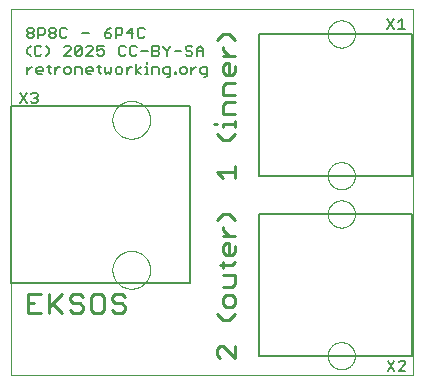
<source format=gto>
G75*
%MOIN*%
%OFA0B0*%
%FSLAX25Y25*%
%IPPOS*%
%LPD*%
%AMOC8*
5,1,8,0,0,1.08239X$1,22.5*
%
%ADD10C,0.00000*%
%ADD11C,0.01000*%
%ADD12C,0.01100*%
%ADD13C,0.00600*%
%ADD14C,0.00500*%
D10*
X0001407Y0011778D02*
X0001407Y0133826D01*
X0135266Y0133826D01*
X0135266Y0011778D01*
X0001407Y0011778D01*
X0035108Y0046778D02*
X0035110Y0046936D01*
X0035116Y0047094D01*
X0035126Y0047252D01*
X0035140Y0047410D01*
X0035158Y0047567D01*
X0035179Y0047724D01*
X0035205Y0047880D01*
X0035235Y0048036D01*
X0035268Y0048191D01*
X0035306Y0048344D01*
X0035347Y0048497D01*
X0035392Y0048649D01*
X0035441Y0048800D01*
X0035494Y0048949D01*
X0035550Y0049097D01*
X0035610Y0049243D01*
X0035674Y0049388D01*
X0035742Y0049531D01*
X0035813Y0049673D01*
X0035887Y0049813D01*
X0035965Y0049950D01*
X0036047Y0050086D01*
X0036131Y0050220D01*
X0036220Y0050351D01*
X0036311Y0050480D01*
X0036406Y0050607D01*
X0036503Y0050732D01*
X0036604Y0050854D01*
X0036708Y0050973D01*
X0036815Y0051090D01*
X0036925Y0051204D01*
X0037038Y0051315D01*
X0037153Y0051424D01*
X0037271Y0051529D01*
X0037392Y0051631D01*
X0037515Y0051731D01*
X0037641Y0051827D01*
X0037769Y0051920D01*
X0037899Y0052010D01*
X0038032Y0052096D01*
X0038167Y0052180D01*
X0038303Y0052259D01*
X0038442Y0052336D01*
X0038583Y0052408D01*
X0038725Y0052478D01*
X0038869Y0052543D01*
X0039015Y0052605D01*
X0039162Y0052663D01*
X0039311Y0052718D01*
X0039461Y0052769D01*
X0039612Y0052816D01*
X0039764Y0052859D01*
X0039917Y0052898D01*
X0040072Y0052934D01*
X0040227Y0052965D01*
X0040383Y0052993D01*
X0040539Y0053017D01*
X0040696Y0053037D01*
X0040854Y0053053D01*
X0041011Y0053065D01*
X0041170Y0053073D01*
X0041328Y0053077D01*
X0041486Y0053077D01*
X0041644Y0053073D01*
X0041803Y0053065D01*
X0041960Y0053053D01*
X0042118Y0053037D01*
X0042275Y0053017D01*
X0042431Y0052993D01*
X0042587Y0052965D01*
X0042742Y0052934D01*
X0042897Y0052898D01*
X0043050Y0052859D01*
X0043202Y0052816D01*
X0043353Y0052769D01*
X0043503Y0052718D01*
X0043652Y0052663D01*
X0043799Y0052605D01*
X0043945Y0052543D01*
X0044089Y0052478D01*
X0044231Y0052408D01*
X0044372Y0052336D01*
X0044511Y0052259D01*
X0044647Y0052180D01*
X0044782Y0052096D01*
X0044915Y0052010D01*
X0045045Y0051920D01*
X0045173Y0051827D01*
X0045299Y0051731D01*
X0045422Y0051631D01*
X0045543Y0051529D01*
X0045661Y0051424D01*
X0045776Y0051315D01*
X0045889Y0051204D01*
X0045999Y0051090D01*
X0046106Y0050973D01*
X0046210Y0050854D01*
X0046311Y0050732D01*
X0046408Y0050607D01*
X0046503Y0050480D01*
X0046594Y0050351D01*
X0046683Y0050220D01*
X0046767Y0050086D01*
X0046849Y0049950D01*
X0046927Y0049813D01*
X0047001Y0049673D01*
X0047072Y0049531D01*
X0047140Y0049388D01*
X0047204Y0049243D01*
X0047264Y0049097D01*
X0047320Y0048949D01*
X0047373Y0048800D01*
X0047422Y0048649D01*
X0047467Y0048497D01*
X0047508Y0048344D01*
X0047546Y0048191D01*
X0047579Y0048036D01*
X0047609Y0047880D01*
X0047635Y0047724D01*
X0047656Y0047567D01*
X0047674Y0047410D01*
X0047688Y0047252D01*
X0047698Y0047094D01*
X0047704Y0046936D01*
X0047706Y0046778D01*
X0047704Y0046620D01*
X0047698Y0046462D01*
X0047688Y0046304D01*
X0047674Y0046146D01*
X0047656Y0045989D01*
X0047635Y0045832D01*
X0047609Y0045676D01*
X0047579Y0045520D01*
X0047546Y0045365D01*
X0047508Y0045212D01*
X0047467Y0045059D01*
X0047422Y0044907D01*
X0047373Y0044756D01*
X0047320Y0044607D01*
X0047264Y0044459D01*
X0047204Y0044313D01*
X0047140Y0044168D01*
X0047072Y0044025D01*
X0047001Y0043883D01*
X0046927Y0043743D01*
X0046849Y0043606D01*
X0046767Y0043470D01*
X0046683Y0043336D01*
X0046594Y0043205D01*
X0046503Y0043076D01*
X0046408Y0042949D01*
X0046311Y0042824D01*
X0046210Y0042702D01*
X0046106Y0042583D01*
X0045999Y0042466D01*
X0045889Y0042352D01*
X0045776Y0042241D01*
X0045661Y0042132D01*
X0045543Y0042027D01*
X0045422Y0041925D01*
X0045299Y0041825D01*
X0045173Y0041729D01*
X0045045Y0041636D01*
X0044915Y0041546D01*
X0044782Y0041460D01*
X0044647Y0041376D01*
X0044511Y0041297D01*
X0044372Y0041220D01*
X0044231Y0041148D01*
X0044089Y0041078D01*
X0043945Y0041013D01*
X0043799Y0040951D01*
X0043652Y0040893D01*
X0043503Y0040838D01*
X0043353Y0040787D01*
X0043202Y0040740D01*
X0043050Y0040697D01*
X0042897Y0040658D01*
X0042742Y0040622D01*
X0042587Y0040591D01*
X0042431Y0040563D01*
X0042275Y0040539D01*
X0042118Y0040519D01*
X0041960Y0040503D01*
X0041803Y0040491D01*
X0041644Y0040483D01*
X0041486Y0040479D01*
X0041328Y0040479D01*
X0041170Y0040483D01*
X0041011Y0040491D01*
X0040854Y0040503D01*
X0040696Y0040519D01*
X0040539Y0040539D01*
X0040383Y0040563D01*
X0040227Y0040591D01*
X0040072Y0040622D01*
X0039917Y0040658D01*
X0039764Y0040697D01*
X0039612Y0040740D01*
X0039461Y0040787D01*
X0039311Y0040838D01*
X0039162Y0040893D01*
X0039015Y0040951D01*
X0038869Y0041013D01*
X0038725Y0041078D01*
X0038583Y0041148D01*
X0038442Y0041220D01*
X0038303Y0041297D01*
X0038167Y0041376D01*
X0038032Y0041460D01*
X0037899Y0041546D01*
X0037769Y0041636D01*
X0037641Y0041729D01*
X0037515Y0041825D01*
X0037392Y0041925D01*
X0037271Y0042027D01*
X0037153Y0042132D01*
X0037038Y0042241D01*
X0036925Y0042352D01*
X0036815Y0042466D01*
X0036708Y0042583D01*
X0036604Y0042702D01*
X0036503Y0042824D01*
X0036406Y0042949D01*
X0036311Y0043076D01*
X0036220Y0043205D01*
X0036131Y0043336D01*
X0036047Y0043470D01*
X0035965Y0043606D01*
X0035887Y0043743D01*
X0035813Y0043883D01*
X0035742Y0044025D01*
X0035674Y0044168D01*
X0035610Y0044313D01*
X0035550Y0044459D01*
X0035494Y0044607D01*
X0035441Y0044756D01*
X0035392Y0044907D01*
X0035347Y0045059D01*
X0035306Y0045212D01*
X0035268Y0045365D01*
X0035235Y0045520D01*
X0035205Y0045676D01*
X0035179Y0045832D01*
X0035158Y0045989D01*
X0035140Y0046146D01*
X0035126Y0046304D01*
X0035116Y0046462D01*
X0035110Y0046620D01*
X0035108Y0046778D01*
X0035108Y0096778D02*
X0035110Y0096936D01*
X0035116Y0097094D01*
X0035126Y0097252D01*
X0035140Y0097410D01*
X0035158Y0097567D01*
X0035179Y0097724D01*
X0035205Y0097880D01*
X0035235Y0098036D01*
X0035268Y0098191D01*
X0035306Y0098344D01*
X0035347Y0098497D01*
X0035392Y0098649D01*
X0035441Y0098800D01*
X0035494Y0098949D01*
X0035550Y0099097D01*
X0035610Y0099243D01*
X0035674Y0099388D01*
X0035742Y0099531D01*
X0035813Y0099673D01*
X0035887Y0099813D01*
X0035965Y0099950D01*
X0036047Y0100086D01*
X0036131Y0100220D01*
X0036220Y0100351D01*
X0036311Y0100480D01*
X0036406Y0100607D01*
X0036503Y0100732D01*
X0036604Y0100854D01*
X0036708Y0100973D01*
X0036815Y0101090D01*
X0036925Y0101204D01*
X0037038Y0101315D01*
X0037153Y0101424D01*
X0037271Y0101529D01*
X0037392Y0101631D01*
X0037515Y0101731D01*
X0037641Y0101827D01*
X0037769Y0101920D01*
X0037899Y0102010D01*
X0038032Y0102096D01*
X0038167Y0102180D01*
X0038303Y0102259D01*
X0038442Y0102336D01*
X0038583Y0102408D01*
X0038725Y0102478D01*
X0038869Y0102543D01*
X0039015Y0102605D01*
X0039162Y0102663D01*
X0039311Y0102718D01*
X0039461Y0102769D01*
X0039612Y0102816D01*
X0039764Y0102859D01*
X0039917Y0102898D01*
X0040072Y0102934D01*
X0040227Y0102965D01*
X0040383Y0102993D01*
X0040539Y0103017D01*
X0040696Y0103037D01*
X0040854Y0103053D01*
X0041011Y0103065D01*
X0041170Y0103073D01*
X0041328Y0103077D01*
X0041486Y0103077D01*
X0041644Y0103073D01*
X0041803Y0103065D01*
X0041960Y0103053D01*
X0042118Y0103037D01*
X0042275Y0103017D01*
X0042431Y0102993D01*
X0042587Y0102965D01*
X0042742Y0102934D01*
X0042897Y0102898D01*
X0043050Y0102859D01*
X0043202Y0102816D01*
X0043353Y0102769D01*
X0043503Y0102718D01*
X0043652Y0102663D01*
X0043799Y0102605D01*
X0043945Y0102543D01*
X0044089Y0102478D01*
X0044231Y0102408D01*
X0044372Y0102336D01*
X0044511Y0102259D01*
X0044647Y0102180D01*
X0044782Y0102096D01*
X0044915Y0102010D01*
X0045045Y0101920D01*
X0045173Y0101827D01*
X0045299Y0101731D01*
X0045422Y0101631D01*
X0045543Y0101529D01*
X0045661Y0101424D01*
X0045776Y0101315D01*
X0045889Y0101204D01*
X0045999Y0101090D01*
X0046106Y0100973D01*
X0046210Y0100854D01*
X0046311Y0100732D01*
X0046408Y0100607D01*
X0046503Y0100480D01*
X0046594Y0100351D01*
X0046683Y0100220D01*
X0046767Y0100086D01*
X0046849Y0099950D01*
X0046927Y0099813D01*
X0047001Y0099673D01*
X0047072Y0099531D01*
X0047140Y0099388D01*
X0047204Y0099243D01*
X0047264Y0099097D01*
X0047320Y0098949D01*
X0047373Y0098800D01*
X0047422Y0098649D01*
X0047467Y0098497D01*
X0047508Y0098344D01*
X0047546Y0098191D01*
X0047579Y0098036D01*
X0047609Y0097880D01*
X0047635Y0097724D01*
X0047656Y0097567D01*
X0047674Y0097410D01*
X0047688Y0097252D01*
X0047698Y0097094D01*
X0047704Y0096936D01*
X0047706Y0096778D01*
X0047704Y0096620D01*
X0047698Y0096462D01*
X0047688Y0096304D01*
X0047674Y0096146D01*
X0047656Y0095989D01*
X0047635Y0095832D01*
X0047609Y0095676D01*
X0047579Y0095520D01*
X0047546Y0095365D01*
X0047508Y0095212D01*
X0047467Y0095059D01*
X0047422Y0094907D01*
X0047373Y0094756D01*
X0047320Y0094607D01*
X0047264Y0094459D01*
X0047204Y0094313D01*
X0047140Y0094168D01*
X0047072Y0094025D01*
X0047001Y0093883D01*
X0046927Y0093743D01*
X0046849Y0093606D01*
X0046767Y0093470D01*
X0046683Y0093336D01*
X0046594Y0093205D01*
X0046503Y0093076D01*
X0046408Y0092949D01*
X0046311Y0092824D01*
X0046210Y0092702D01*
X0046106Y0092583D01*
X0045999Y0092466D01*
X0045889Y0092352D01*
X0045776Y0092241D01*
X0045661Y0092132D01*
X0045543Y0092027D01*
X0045422Y0091925D01*
X0045299Y0091825D01*
X0045173Y0091729D01*
X0045045Y0091636D01*
X0044915Y0091546D01*
X0044782Y0091460D01*
X0044647Y0091376D01*
X0044511Y0091297D01*
X0044372Y0091220D01*
X0044231Y0091148D01*
X0044089Y0091078D01*
X0043945Y0091013D01*
X0043799Y0090951D01*
X0043652Y0090893D01*
X0043503Y0090838D01*
X0043353Y0090787D01*
X0043202Y0090740D01*
X0043050Y0090697D01*
X0042897Y0090658D01*
X0042742Y0090622D01*
X0042587Y0090591D01*
X0042431Y0090563D01*
X0042275Y0090539D01*
X0042118Y0090519D01*
X0041960Y0090503D01*
X0041803Y0090491D01*
X0041644Y0090483D01*
X0041486Y0090479D01*
X0041328Y0090479D01*
X0041170Y0090483D01*
X0041011Y0090491D01*
X0040854Y0090503D01*
X0040696Y0090519D01*
X0040539Y0090539D01*
X0040383Y0090563D01*
X0040227Y0090591D01*
X0040072Y0090622D01*
X0039917Y0090658D01*
X0039764Y0090697D01*
X0039612Y0090740D01*
X0039461Y0090787D01*
X0039311Y0090838D01*
X0039162Y0090893D01*
X0039015Y0090951D01*
X0038869Y0091013D01*
X0038725Y0091078D01*
X0038583Y0091148D01*
X0038442Y0091220D01*
X0038303Y0091297D01*
X0038167Y0091376D01*
X0038032Y0091460D01*
X0037899Y0091546D01*
X0037769Y0091636D01*
X0037641Y0091729D01*
X0037515Y0091825D01*
X0037392Y0091925D01*
X0037271Y0092027D01*
X0037153Y0092132D01*
X0037038Y0092241D01*
X0036925Y0092352D01*
X0036815Y0092466D01*
X0036708Y0092583D01*
X0036604Y0092702D01*
X0036503Y0092824D01*
X0036406Y0092949D01*
X0036311Y0093076D01*
X0036220Y0093205D01*
X0036131Y0093336D01*
X0036047Y0093470D01*
X0035965Y0093606D01*
X0035887Y0093743D01*
X0035813Y0093883D01*
X0035742Y0094025D01*
X0035674Y0094168D01*
X0035610Y0094313D01*
X0035550Y0094459D01*
X0035494Y0094607D01*
X0035441Y0094756D01*
X0035392Y0094907D01*
X0035347Y0095059D01*
X0035306Y0095212D01*
X0035268Y0095365D01*
X0035235Y0095520D01*
X0035205Y0095676D01*
X0035179Y0095832D01*
X0035158Y0095989D01*
X0035140Y0096146D01*
X0035126Y0096304D01*
X0035116Y0096462D01*
X0035110Y0096620D01*
X0035108Y0096778D01*
X0106879Y0078156D02*
X0106881Y0078290D01*
X0106887Y0078424D01*
X0106897Y0078558D01*
X0106911Y0078692D01*
X0106929Y0078825D01*
X0106950Y0078957D01*
X0106976Y0079089D01*
X0107006Y0079220D01*
X0107039Y0079350D01*
X0107076Y0079478D01*
X0107118Y0079606D01*
X0107162Y0079733D01*
X0107211Y0079858D01*
X0107263Y0079981D01*
X0107319Y0080103D01*
X0107379Y0080224D01*
X0107442Y0080342D01*
X0107508Y0080459D01*
X0107578Y0080573D01*
X0107651Y0080686D01*
X0107728Y0080796D01*
X0107808Y0080904D01*
X0107891Y0081009D01*
X0107977Y0081112D01*
X0108066Y0081212D01*
X0108158Y0081310D01*
X0108253Y0081405D01*
X0108351Y0081497D01*
X0108451Y0081586D01*
X0108554Y0081672D01*
X0108659Y0081755D01*
X0108767Y0081835D01*
X0108877Y0081912D01*
X0108990Y0081985D01*
X0109104Y0082055D01*
X0109221Y0082121D01*
X0109339Y0082184D01*
X0109460Y0082244D01*
X0109582Y0082300D01*
X0109705Y0082352D01*
X0109830Y0082401D01*
X0109957Y0082445D01*
X0110085Y0082487D01*
X0110213Y0082524D01*
X0110343Y0082557D01*
X0110474Y0082587D01*
X0110606Y0082613D01*
X0110738Y0082634D01*
X0110871Y0082652D01*
X0111005Y0082666D01*
X0111139Y0082676D01*
X0111273Y0082682D01*
X0111407Y0082684D01*
X0111541Y0082682D01*
X0111675Y0082676D01*
X0111809Y0082666D01*
X0111943Y0082652D01*
X0112076Y0082634D01*
X0112208Y0082613D01*
X0112340Y0082587D01*
X0112471Y0082557D01*
X0112601Y0082524D01*
X0112729Y0082487D01*
X0112857Y0082445D01*
X0112984Y0082401D01*
X0113109Y0082352D01*
X0113232Y0082300D01*
X0113354Y0082244D01*
X0113475Y0082184D01*
X0113593Y0082121D01*
X0113710Y0082055D01*
X0113824Y0081985D01*
X0113937Y0081912D01*
X0114047Y0081835D01*
X0114155Y0081755D01*
X0114260Y0081672D01*
X0114363Y0081586D01*
X0114463Y0081497D01*
X0114561Y0081405D01*
X0114656Y0081310D01*
X0114748Y0081212D01*
X0114837Y0081112D01*
X0114923Y0081009D01*
X0115006Y0080904D01*
X0115086Y0080796D01*
X0115163Y0080686D01*
X0115236Y0080573D01*
X0115306Y0080459D01*
X0115372Y0080342D01*
X0115435Y0080224D01*
X0115495Y0080103D01*
X0115551Y0079981D01*
X0115603Y0079858D01*
X0115652Y0079733D01*
X0115696Y0079606D01*
X0115738Y0079478D01*
X0115775Y0079350D01*
X0115808Y0079220D01*
X0115838Y0079089D01*
X0115864Y0078957D01*
X0115885Y0078825D01*
X0115903Y0078692D01*
X0115917Y0078558D01*
X0115927Y0078424D01*
X0115933Y0078290D01*
X0115935Y0078156D01*
X0115933Y0078022D01*
X0115927Y0077888D01*
X0115917Y0077754D01*
X0115903Y0077620D01*
X0115885Y0077487D01*
X0115864Y0077355D01*
X0115838Y0077223D01*
X0115808Y0077092D01*
X0115775Y0076962D01*
X0115738Y0076834D01*
X0115696Y0076706D01*
X0115652Y0076579D01*
X0115603Y0076454D01*
X0115551Y0076331D01*
X0115495Y0076209D01*
X0115435Y0076088D01*
X0115372Y0075970D01*
X0115306Y0075853D01*
X0115236Y0075739D01*
X0115163Y0075626D01*
X0115086Y0075516D01*
X0115006Y0075408D01*
X0114923Y0075303D01*
X0114837Y0075200D01*
X0114748Y0075100D01*
X0114656Y0075002D01*
X0114561Y0074907D01*
X0114463Y0074815D01*
X0114363Y0074726D01*
X0114260Y0074640D01*
X0114155Y0074557D01*
X0114047Y0074477D01*
X0113937Y0074400D01*
X0113824Y0074327D01*
X0113710Y0074257D01*
X0113593Y0074191D01*
X0113475Y0074128D01*
X0113354Y0074068D01*
X0113232Y0074012D01*
X0113109Y0073960D01*
X0112984Y0073911D01*
X0112857Y0073867D01*
X0112729Y0073825D01*
X0112601Y0073788D01*
X0112471Y0073755D01*
X0112340Y0073725D01*
X0112208Y0073699D01*
X0112076Y0073678D01*
X0111943Y0073660D01*
X0111809Y0073646D01*
X0111675Y0073636D01*
X0111541Y0073630D01*
X0111407Y0073628D01*
X0111273Y0073630D01*
X0111139Y0073636D01*
X0111005Y0073646D01*
X0110871Y0073660D01*
X0110738Y0073678D01*
X0110606Y0073699D01*
X0110474Y0073725D01*
X0110343Y0073755D01*
X0110213Y0073788D01*
X0110085Y0073825D01*
X0109957Y0073867D01*
X0109830Y0073911D01*
X0109705Y0073960D01*
X0109582Y0074012D01*
X0109460Y0074068D01*
X0109339Y0074128D01*
X0109221Y0074191D01*
X0109104Y0074257D01*
X0108990Y0074327D01*
X0108877Y0074400D01*
X0108767Y0074477D01*
X0108659Y0074557D01*
X0108554Y0074640D01*
X0108451Y0074726D01*
X0108351Y0074815D01*
X0108253Y0074907D01*
X0108158Y0075002D01*
X0108066Y0075100D01*
X0107977Y0075200D01*
X0107891Y0075303D01*
X0107808Y0075408D01*
X0107728Y0075516D01*
X0107651Y0075626D01*
X0107578Y0075739D01*
X0107508Y0075853D01*
X0107442Y0075970D01*
X0107379Y0076088D01*
X0107319Y0076209D01*
X0107263Y0076331D01*
X0107211Y0076454D01*
X0107162Y0076579D01*
X0107118Y0076706D01*
X0107076Y0076834D01*
X0107039Y0076962D01*
X0107006Y0077092D01*
X0106976Y0077223D01*
X0106950Y0077355D01*
X0106929Y0077487D01*
X0106911Y0077620D01*
X0106897Y0077754D01*
X0106887Y0077888D01*
X0106881Y0078022D01*
X0106879Y0078156D01*
X0106879Y0065400D02*
X0106881Y0065534D01*
X0106887Y0065668D01*
X0106897Y0065802D01*
X0106911Y0065936D01*
X0106929Y0066069D01*
X0106950Y0066201D01*
X0106976Y0066333D01*
X0107006Y0066464D01*
X0107039Y0066594D01*
X0107076Y0066722D01*
X0107118Y0066850D01*
X0107162Y0066977D01*
X0107211Y0067102D01*
X0107263Y0067225D01*
X0107319Y0067347D01*
X0107379Y0067468D01*
X0107442Y0067586D01*
X0107508Y0067703D01*
X0107578Y0067817D01*
X0107651Y0067930D01*
X0107728Y0068040D01*
X0107808Y0068148D01*
X0107891Y0068253D01*
X0107977Y0068356D01*
X0108066Y0068456D01*
X0108158Y0068554D01*
X0108253Y0068649D01*
X0108351Y0068741D01*
X0108451Y0068830D01*
X0108554Y0068916D01*
X0108659Y0068999D01*
X0108767Y0069079D01*
X0108877Y0069156D01*
X0108990Y0069229D01*
X0109104Y0069299D01*
X0109221Y0069365D01*
X0109339Y0069428D01*
X0109460Y0069488D01*
X0109582Y0069544D01*
X0109705Y0069596D01*
X0109830Y0069645D01*
X0109957Y0069689D01*
X0110085Y0069731D01*
X0110213Y0069768D01*
X0110343Y0069801D01*
X0110474Y0069831D01*
X0110606Y0069857D01*
X0110738Y0069878D01*
X0110871Y0069896D01*
X0111005Y0069910D01*
X0111139Y0069920D01*
X0111273Y0069926D01*
X0111407Y0069928D01*
X0111541Y0069926D01*
X0111675Y0069920D01*
X0111809Y0069910D01*
X0111943Y0069896D01*
X0112076Y0069878D01*
X0112208Y0069857D01*
X0112340Y0069831D01*
X0112471Y0069801D01*
X0112601Y0069768D01*
X0112729Y0069731D01*
X0112857Y0069689D01*
X0112984Y0069645D01*
X0113109Y0069596D01*
X0113232Y0069544D01*
X0113354Y0069488D01*
X0113475Y0069428D01*
X0113593Y0069365D01*
X0113710Y0069299D01*
X0113824Y0069229D01*
X0113937Y0069156D01*
X0114047Y0069079D01*
X0114155Y0068999D01*
X0114260Y0068916D01*
X0114363Y0068830D01*
X0114463Y0068741D01*
X0114561Y0068649D01*
X0114656Y0068554D01*
X0114748Y0068456D01*
X0114837Y0068356D01*
X0114923Y0068253D01*
X0115006Y0068148D01*
X0115086Y0068040D01*
X0115163Y0067930D01*
X0115236Y0067817D01*
X0115306Y0067703D01*
X0115372Y0067586D01*
X0115435Y0067468D01*
X0115495Y0067347D01*
X0115551Y0067225D01*
X0115603Y0067102D01*
X0115652Y0066977D01*
X0115696Y0066850D01*
X0115738Y0066722D01*
X0115775Y0066594D01*
X0115808Y0066464D01*
X0115838Y0066333D01*
X0115864Y0066201D01*
X0115885Y0066069D01*
X0115903Y0065936D01*
X0115917Y0065802D01*
X0115927Y0065668D01*
X0115933Y0065534D01*
X0115935Y0065400D01*
X0115933Y0065266D01*
X0115927Y0065132D01*
X0115917Y0064998D01*
X0115903Y0064864D01*
X0115885Y0064731D01*
X0115864Y0064599D01*
X0115838Y0064467D01*
X0115808Y0064336D01*
X0115775Y0064206D01*
X0115738Y0064078D01*
X0115696Y0063950D01*
X0115652Y0063823D01*
X0115603Y0063698D01*
X0115551Y0063575D01*
X0115495Y0063453D01*
X0115435Y0063332D01*
X0115372Y0063214D01*
X0115306Y0063097D01*
X0115236Y0062983D01*
X0115163Y0062870D01*
X0115086Y0062760D01*
X0115006Y0062652D01*
X0114923Y0062547D01*
X0114837Y0062444D01*
X0114748Y0062344D01*
X0114656Y0062246D01*
X0114561Y0062151D01*
X0114463Y0062059D01*
X0114363Y0061970D01*
X0114260Y0061884D01*
X0114155Y0061801D01*
X0114047Y0061721D01*
X0113937Y0061644D01*
X0113824Y0061571D01*
X0113710Y0061501D01*
X0113593Y0061435D01*
X0113475Y0061372D01*
X0113354Y0061312D01*
X0113232Y0061256D01*
X0113109Y0061204D01*
X0112984Y0061155D01*
X0112857Y0061111D01*
X0112729Y0061069D01*
X0112601Y0061032D01*
X0112471Y0060999D01*
X0112340Y0060969D01*
X0112208Y0060943D01*
X0112076Y0060922D01*
X0111943Y0060904D01*
X0111809Y0060890D01*
X0111675Y0060880D01*
X0111541Y0060874D01*
X0111407Y0060872D01*
X0111273Y0060874D01*
X0111139Y0060880D01*
X0111005Y0060890D01*
X0110871Y0060904D01*
X0110738Y0060922D01*
X0110606Y0060943D01*
X0110474Y0060969D01*
X0110343Y0060999D01*
X0110213Y0061032D01*
X0110085Y0061069D01*
X0109957Y0061111D01*
X0109830Y0061155D01*
X0109705Y0061204D01*
X0109582Y0061256D01*
X0109460Y0061312D01*
X0109339Y0061372D01*
X0109221Y0061435D01*
X0109104Y0061501D01*
X0108990Y0061571D01*
X0108877Y0061644D01*
X0108767Y0061721D01*
X0108659Y0061801D01*
X0108554Y0061884D01*
X0108451Y0061970D01*
X0108351Y0062059D01*
X0108253Y0062151D01*
X0108158Y0062246D01*
X0108066Y0062344D01*
X0107977Y0062444D01*
X0107891Y0062547D01*
X0107808Y0062652D01*
X0107728Y0062760D01*
X0107651Y0062870D01*
X0107578Y0062983D01*
X0107508Y0063097D01*
X0107442Y0063214D01*
X0107379Y0063332D01*
X0107319Y0063453D01*
X0107263Y0063575D01*
X0107211Y0063698D01*
X0107162Y0063823D01*
X0107118Y0063950D01*
X0107076Y0064078D01*
X0107039Y0064206D01*
X0107006Y0064336D01*
X0106976Y0064467D01*
X0106950Y0064599D01*
X0106929Y0064731D01*
X0106911Y0064864D01*
X0106897Y0064998D01*
X0106887Y0065132D01*
X0106881Y0065266D01*
X0106879Y0065400D01*
X0106879Y0018156D02*
X0106881Y0018290D01*
X0106887Y0018424D01*
X0106897Y0018558D01*
X0106911Y0018692D01*
X0106929Y0018825D01*
X0106950Y0018957D01*
X0106976Y0019089D01*
X0107006Y0019220D01*
X0107039Y0019350D01*
X0107076Y0019478D01*
X0107118Y0019606D01*
X0107162Y0019733D01*
X0107211Y0019858D01*
X0107263Y0019981D01*
X0107319Y0020103D01*
X0107379Y0020224D01*
X0107442Y0020342D01*
X0107508Y0020459D01*
X0107578Y0020573D01*
X0107651Y0020686D01*
X0107728Y0020796D01*
X0107808Y0020904D01*
X0107891Y0021009D01*
X0107977Y0021112D01*
X0108066Y0021212D01*
X0108158Y0021310D01*
X0108253Y0021405D01*
X0108351Y0021497D01*
X0108451Y0021586D01*
X0108554Y0021672D01*
X0108659Y0021755D01*
X0108767Y0021835D01*
X0108877Y0021912D01*
X0108990Y0021985D01*
X0109104Y0022055D01*
X0109221Y0022121D01*
X0109339Y0022184D01*
X0109460Y0022244D01*
X0109582Y0022300D01*
X0109705Y0022352D01*
X0109830Y0022401D01*
X0109957Y0022445D01*
X0110085Y0022487D01*
X0110213Y0022524D01*
X0110343Y0022557D01*
X0110474Y0022587D01*
X0110606Y0022613D01*
X0110738Y0022634D01*
X0110871Y0022652D01*
X0111005Y0022666D01*
X0111139Y0022676D01*
X0111273Y0022682D01*
X0111407Y0022684D01*
X0111541Y0022682D01*
X0111675Y0022676D01*
X0111809Y0022666D01*
X0111943Y0022652D01*
X0112076Y0022634D01*
X0112208Y0022613D01*
X0112340Y0022587D01*
X0112471Y0022557D01*
X0112601Y0022524D01*
X0112729Y0022487D01*
X0112857Y0022445D01*
X0112984Y0022401D01*
X0113109Y0022352D01*
X0113232Y0022300D01*
X0113354Y0022244D01*
X0113475Y0022184D01*
X0113593Y0022121D01*
X0113710Y0022055D01*
X0113824Y0021985D01*
X0113937Y0021912D01*
X0114047Y0021835D01*
X0114155Y0021755D01*
X0114260Y0021672D01*
X0114363Y0021586D01*
X0114463Y0021497D01*
X0114561Y0021405D01*
X0114656Y0021310D01*
X0114748Y0021212D01*
X0114837Y0021112D01*
X0114923Y0021009D01*
X0115006Y0020904D01*
X0115086Y0020796D01*
X0115163Y0020686D01*
X0115236Y0020573D01*
X0115306Y0020459D01*
X0115372Y0020342D01*
X0115435Y0020224D01*
X0115495Y0020103D01*
X0115551Y0019981D01*
X0115603Y0019858D01*
X0115652Y0019733D01*
X0115696Y0019606D01*
X0115738Y0019478D01*
X0115775Y0019350D01*
X0115808Y0019220D01*
X0115838Y0019089D01*
X0115864Y0018957D01*
X0115885Y0018825D01*
X0115903Y0018692D01*
X0115917Y0018558D01*
X0115927Y0018424D01*
X0115933Y0018290D01*
X0115935Y0018156D01*
X0115933Y0018022D01*
X0115927Y0017888D01*
X0115917Y0017754D01*
X0115903Y0017620D01*
X0115885Y0017487D01*
X0115864Y0017355D01*
X0115838Y0017223D01*
X0115808Y0017092D01*
X0115775Y0016962D01*
X0115738Y0016834D01*
X0115696Y0016706D01*
X0115652Y0016579D01*
X0115603Y0016454D01*
X0115551Y0016331D01*
X0115495Y0016209D01*
X0115435Y0016088D01*
X0115372Y0015970D01*
X0115306Y0015853D01*
X0115236Y0015739D01*
X0115163Y0015626D01*
X0115086Y0015516D01*
X0115006Y0015408D01*
X0114923Y0015303D01*
X0114837Y0015200D01*
X0114748Y0015100D01*
X0114656Y0015002D01*
X0114561Y0014907D01*
X0114463Y0014815D01*
X0114363Y0014726D01*
X0114260Y0014640D01*
X0114155Y0014557D01*
X0114047Y0014477D01*
X0113937Y0014400D01*
X0113824Y0014327D01*
X0113710Y0014257D01*
X0113593Y0014191D01*
X0113475Y0014128D01*
X0113354Y0014068D01*
X0113232Y0014012D01*
X0113109Y0013960D01*
X0112984Y0013911D01*
X0112857Y0013867D01*
X0112729Y0013825D01*
X0112601Y0013788D01*
X0112471Y0013755D01*
X0112340Y0013725D01*
X0112208Y0013699D01*
X0112076Y0013678D01*
X0111943Y0013660D01*
X0111809Y0013646D01*
X0111675Y0013636D01*
X0111541Y0013630D01*
X0111407Y0013628D01*
X0111273Y0013630D01*
X0111139Y0013636D01*
X0111005Y0013646D01*
X0110871Y0013660D01*
X0110738Y0013678D01*
X0110606Y0013699D01*
X0110474Y0013725D01*
X0110343Y0013755D01*
X0110213Y0013788D01*
X0110085Y0013825D01*
X0109957Y0013867D01*
X0109830Y0013911D01*
X0109705Y0013960D01*
X0109582Y0014012D01*
X0109460Y0014068D01*
X0109339Y0014128D01*
X0109221Y0014191D01*
X0109104Y0014257D01*
X0108990Y0014327D01*
X0108877Y0014400D01*
X0108767Y0014477D01*
X0108659Y0014557D01*
X0108554Y0014640D01*
X0108451Y0014726D01*
X0108351Y0014815D01*
X0108253Y0014907D01*
X0108158Y0015002D01*
X0108066Y0015100D01*
X0107977Y0015200D01*
X0107891Y0015303D01*
X0107808Y0015408D01*
X0107728Y0015516D01*
X0107651Y0015626D01*
X0107578Y0015739D01*
X0107508Y0015853D01*
X0107442Y0015970D01*
X0107379Y0016088D01*
X0107319Y0016209D01*
X0107263Y0016331D01*
X0107211Y0016454D01*
X0107162Y0016579D01*
X0107118Y0016706D01*
X0107076Y0016834D01*
X0107039Y0016962D01*
X0107006Y0017092D01*
X0106976Y0017223D01*
X0106950Y0017355D01*
X0106929Y0017487D01*
X0106911Y0017620D01*
X0106897Y0017754D01*
X0106887Y0017888D01*
X0106881Y0018022D01*
X0106879Y0018156D01*
X0106879Y0125400D02*
X0106881Y0125534D01*
X0106887Y0125668D01*
X0106897Y0125802D01*
X0106911Y0125936D01*
X0106929Y0126069D01*
X0106950Y0126201D01*
X0106976Y0126333D01*
X0107006Y0126464D01*
X0107039Y0126594D01*
X0107076Y0126722D01*
X0107118Y0126850D01*
X0107162Y0126977D01*
X0107211Y0127102D01*
X0107263Y0127225D01*
X0107319Y0127347D01*
X0107379Y0127468D01*
X0107442Y0127586D01*
X0107508Y0127703D01*
X0107578Y0127817D01*
X0107651Y0127930D01*
X0107728Y0128040D01*
X0107808Y0128148D01*
X0107891Y0128253D01*
X0107977Y0128356D01*
X0108066Y0128456D01*
X0108158Y0128554D01*
X0108253Y0128649D01*
X0108351Y0128741D01*
X0108451Y0128830D01*
X0108554Y0128916D01*
X0108659Y0128999D01*
X0108767Y0129079D01*
X0108877Y0129156D01*
X0108990Y0129229D01*
X0109104Y0129299D01*
X0109221Y0129365D01*
X0109339Y0129428D01*
X0109460Y0129488D01*
X0109582Y0129544D01*
X0109705Y0129596D01*
X0109830Y0129645D01*
X0109957Y0129689D01*
X0110085Y0129731D01*
X0110213Y0129768D01*
X0110343Y0129801D01*
X0110474Y0129831D01*
X0110606Y0129857D01*
X0110738Y0129878D01*
X0110871Y0129896D01*
X0111005Y0129910D01*
X0111139Y0129920D01*
X0111273Y0129926D01*
X0111407Y0129928D01*
X0111541Y0129926D01*
X0111675Y0129920D01*
X0111809Y0129910D01*
X0111943Y0129896D01*
X0112076Y0129878D01*
X0112208Y0129857D01*
X0112340Y0129831D01*
X0112471Y0129801D01*
X0112601Y0129768D01*
X0112729Y0129731D01*
X0112857Y0129689D01*
X0112984Y0129645D01*
X0113109Y0129596D01*
X0113232Y0129544D01*
X0113354Y0129488D01*
X0113475Y0129428D01*
X0113593Y0129365D01*
X0113710Y0129299D01*
X0113824Y0129229D01*
X0113937Y0129156D01*
X0114047Y0129079D01*
X0114155Y0128999D01*
X0114260Y0128916D01*
X0114363Y0128830D01*
X0114463Y0128741D01*
X0114561Y0128649D01*
X0114656Y0128554D01*
X0114748Y0128456D01*
X0114837Y0128356D01*
X0114923Y0128253D01*
X0115006Y0128148D01*
X0115086Y0128040D01*
X0115163Y0127930D01*
X0115236Y0127817D01*
X0115306Y0127703D01*
X0115372Y0127586D01*
X0115435Y0127468D01*
X0115495Y0127347D01*
X0115551Y0127225D01*
X0115603Y0127102D01*
X0115652Y0126977D01*
X0115696Y0126850D01*
X0115738Y0126722D01*
X0115775Y0126594D01*
X0115808Y0126464D01*
X0115838Y0126333D01*
X0115864Y0126201D01*
X0115885Y0126069D01*
X0115903Y0125936D01*
X0115917Y0125802D01*
X0115927Y0125668D01*
X0115933Y0125534D01*
X0115935Y0125400D01*
X0115933Y0125266D01*
X0115927Y0125132D01*
X0115917Y0124998D01*
X0115903Y0124864D01*
X0115885Y0124731D01*
X0115864Y0124599D01*
X0115838Y0124467D01*
X0115808Y0124336D01*
X0115775Y0124206D01*
X0115738Y0124078D01*
X0115696Y0123950D01*
X0115652Y0123823D01*
X0115603Y0123698D01*
X0115551Y0123575D01*
X0115495Y0123453D01*
X0115435Y0123332D01*
X0115372Y0123214D01*
X0115306Y0123097D01*
X0115236Y0122983D01*
X0115163Y0122870D01*
X0115086Y0122760D01*
X0115006Y0122652D01*
X0114923Y0122547D01*
X0114837Y0122444D01*
X0114748Y0122344D01*
X0114656Y0122246D01*
X0114561Y0122151D01*
X0114463Y0122059D01*
X0114363Y0121970D01*
X0114260Y0121884D01*
X0114155Y0121801D01*
X0114047Y0121721D01*
X0113937Y0121644D01*
X0113824Y0121571D01*
X0113710Y0121501D01*
X0113593Y0121435D01*
X0113475Y0121372D01*
X0113354Y0121312D01*
X0113232Y0121256D01*
X0113109Y0121204D01*
X0112984Y0121155D01*
X0112857Y0121111D01*
X0112729Y0121069D01*
X0112601Y0121032D01*
X0112471Y0120999D01*
X0112340Y0120969D01*
X0112208Y0120943D01*
X0112076Y0120922D01*
X0111943Y0120904D01*
X0111809Y0120890D01*
X0111675Y0120880D01*
X0111541Y0120874D01*
X0111407Y0120872D01*
X0111273Y0120874D01*
X0111139Y0120880D01*
X0111005Y0120890D01*
X0110871Y0120904D01*
X0110738Y0120922D01*
X0110606Y0120943D01*
X0110474Y0120969D01*
X0110343Y0120999D01*
X0110213Y0121032D01*
X0110085Y0121069D01*
X0109957Y0121111D01*
X0109830Y0121155D01*
X0109705Y0121204D01*
X0109582Y0121256D01*
X0109460Y0121312D01*
X0109339Y0121372D01*
X0109221Y0121435D01*
X0109104Y0121501D01*
X0108990Y0121571D01*
X0108877Y0121644D01*
X0108767Y0121721D01*
X0108659Y0121801D01*
X0108554Y0121884D01*
X0108451Y0121970D01*
X0108351Y0122059D01*
X0108253Y0122151D01*
X0108158Y0122246D01*
X0108066Y0122344D01*
X0107977Y0122444D01*
X0107891Y0122547D01*
X0107808Y0122652D01*
X0107728Y0122760D01*
X0107651Y0122870D01*
X0107578Y0122983D01*
X0107508Y0123097D01*
X0107442Y0123214D01*
X0107379Y0123332D01*
X0107319Y0123453D01*
X0107263Y0123575D01*
X0107211Y0123698D01*
X0107162Y0123823D01*
X0107118Y0123950D01*
X0107076Y0124078D01*
X0107039Y0124206D01*
X0107006Y0124336D01*
X0106976Y0124467D01*
X0106950Y0124599D01*
X0106929Y0124731D01*
X0106911Y0124864D01*
X0106897Y0124998D01*
X0106887Y0125132D01*
X0106881Y0125266D01*
X0106879Y0125400D01*
D11*
X0075907Y0123471D02*
X0073906Y0125473D01*
X0071904Y0125473D01*
X0069902Y0123471D01*
X0071904Y0121102D02*
X0071904Y0120102D01*
X0073906Y0118100D01*
X0075907Y0118100D02*
X0071904Y0118100D01*
X0072905Y0115658D02*
X0071904Y0114657D01*
X0071904Y0112655D01*
X0072905Y0111654D01*
X0074907Y0111654D01*
X0075907Y0112655D01*
X0075907Y0114657D01*
X0073906Y0115658D02*
X0073906Y0111654D01*
X0072905Y0109212D02*
X0075907Y0109212D01*
X0072905Y0109212D02*
X0071904Y0108211D01*
X0071904Y0105209D01*
X0075907Y0105209D01*
X0075907Y0102767D02*
X0072905Y0102767D01*
X0071904Y0101766D01*
X0071904Y0098763D01*
X0075907Y0098763D01*
X0075907Y0096468D02*
X0075907Y0094466D01*
X0075907Y0095467D02*
X0071904Y0095467D01*
X0071904Y0094466D01*
X0069902Y0095467D02*
X0068902Y0095467D01*
X0069902Y0092171D02*
X0071904Y0090169D01*
X0073906Y0090169D01*
X0075907Y0092171D01*
X0075907Y0081282D02*
X0075907Y0077278D01*
X0075907Y0079280D02*
X0069902Y0079280D01*
X0071904Y0077278D01*
X0071904Y0065473D02*
X0069902Y0063471D01*
X0071904Y0065473D02*
X0073906Y0065473D01*
X0075907Y0063471D01*
X0071904Y0061102D02*
X0071904Y0060102D01*
X0073906Y0058100D01*
X0075907Y0058100D02*
X0071904Y0058100D01*
X0072905Y0055658D02*
X0073906Y0055658D01*
X0073906Y0051654D01*
X0074907Y0051654D02*
X0072905Y0051654D01*
X0071904Y0052655D01*
X0071904Y0054657D01*
X0072905Y0055658D01*
X0075907Y0054657D02*
X0075907Y0052655D01*
X0074907Y0051654D01*
X0075907Y0049359D02*
X0074907Y0048358D01*
X0070903Y0048358D01*
X0071904Y0047357D02*
X0071904Y0049359D01*
X0071904Y0044915D02*
X0075907Y0044915D01*
X0075907Y0041913D01*
X0074907Y0040912D01*
X0071904Y0040912D01*
X0072905Y0038470D02*
X0071904Y0037469D01*
X0071904Y0035467D01*
X0072905Y0034466D01*
X0074907Y0034466D01*
X0075907Y0035467D01*
X0075907Y0037469D01*
X0074907Y0038470D01*
X0072905Y0038470D01*
X0075907Y0032171D02*
X0073906Y0030169D01*
X0071904Y0030169D01*
X0069902Y0032171D01*
X0070903Y0021282D02*
X0069902Y0020281D01*
X0069902Y0018279D01*
X0070903Y0017278D01*
X0070903Y0021282D02*
X0071904Y0021282D01*
X0075907Y0017278D01*
X0075907Y0021282D01*
X0073906Y0115658D02*
X0072905Y0115658D01*
D12*
X0038202Y0038834D02*
X0036034Y0038834D01*
X0034949Y0037750D01*
X0034949Y0036665D01*
X0036034Y0035581D01*
X0038202Y0035581D01*
X0039286Y0034497D01*
X0039286Y0033413D01*
X0038202Y0032328D01*
X0036034Y0032328D01*
X0034949Y0033413D01*
X0032288Y0033413D02*
X0032288Y0037750D01*
X0031204Y0038834D01*
X0029036Y0038834D01*
X0027951Y0037750D01*
X0027951Y0033413D01*
X0029036Y0032328D01*
X0031204Y0032328D01*
X0032288Y0033413D01*
X0038202Y0038834D02*
X0039286Y0037750D01*
X0025290Y0037750D02*
X0024206Y0038834D01*
X0022038Y0038834D01*
X0020953Y0037750D01*
X0020953Y0036665D01*
X0022038Y0035581D01*
X0024206Y0035581D01*
X0025290Y0034497D01*
X0025290Y0033413D01*
X0024206Y0032328D01*
X0022038Y0032328D01*
X0020953Y0033413D01*
X0018292Y0032328D02*
X0015040Y0035581D01*
X0013955Y0034497D02*
X0018292Y0038834D01*
X0013955Y0038834D02*
X0013955Y0032328D01*
X0011295Y0032328D02*
X0006957Y0032328D01*
X0006957Y0038834D01*
X0011295Y0038834D01*
X0009126Y0035581D02*
X0006957Y0035581D01*
D13*
X0006476Y0102393D02*
X0004207Y0105796D01*
X0006476Y0105796D02*
X0004207Y0102393D01*
X0007891Y0102960D02*
X0008458Y0102393D01*
X0009592Y0102393D01*
X0010159Y0102960D01*
X0010159Y0103528D01*
X0009592Y0104095D01*
X0009025Y0104095D01*
X0009592Y0104095D02*
X0010159Y0104662D01*
X0010159Y0105229D01*
X0009592Y0105796D01*
X0008458Y0105796D01*
X0007891Y0105229D01*
X0006707Y0112078D02*
X0006707Y0114347D01*
X0006707Y0113213D02*
X0007842Y0114347D01*
X0008409Y0114347D01*
X0009777Y0113780D02*
X0009777Y0112645D01*
X0010344Y0112078D01*
X0011478Y0112078D01*
X0012045Y0113213D02*
X0009777Y0113213D01*
X0009777Y0113780D02*
X0010344Y0114347D01*
X0011478Y0114347D01*
X0012045Y0113780D01*
X0012045Y0113213D01*
X0013460Y0114347D02*
X0014594Y0114347D01*
X0014027Y0114914D02*
X0014027Y0112645D01*
X0014594Y0112078D01*
X0015915Y0112078D02*
X0015915Y0114347D01*
X0015915Y0113213D02*
X0017050Y0114347D01*
X0017617Y0114347D01*
X0018985Y0113780D02*
X0018985Y0112645D01*
X0019552Y0112078D01*
X0020686Y0112078D01*
X0021253Y0112645D01*
X0021253Y0113780D01*
X0020686Y0114347D01*
X0019552Y0114347D01*
X0018985Y0113780D01*
X0022668Y0114347D02*
X0022668Y0112078D01*
X0022668Y0114347D02*
X0024369Y0114347D01*
X0024936Y0113780D01*
X0024936Y0112078D01*
X0026351Y0112645D02*
X0026351Y0113780D01*
X0026918Y0114347D01*
X0028052Y0114347D01*
X0028620Y0113780D01*
X0028620Y0113213D01*
X0026351Y0113213D01*
X0026351Y0112645D02*
X0026918Y0112078D01*
X0028052Y0112078D01*
X0030034Y0114347D02*
X0031168Y0114347D01*
X0030601Y0114914D02*
X0030601Y0112645D01*
X0031168Y0112078D01*
X0032489Y0112645D02*
X0032489Y0114347D01*
X0032489Y0112645D02*
X0033057Y0112078D01*
X0033624Y0112645D01*
X0034191Y0112078D01*
X0034758Y0112645D01*
X0034758Y0114347D01*
X0036173Y0113780D02*
X0036173Y0112645D01*
X0036740Y0112078D01*
X0037874Y0112078D01*
X0038441Y0112645D01*
X0038441Y0113780D01*
X0037874Y0114347D01*
X0036740Y0114347D01*
X0036173Y0113780D01*
X0039856Y0114347D02*
X0039856Y0112078D01*
X0039856Y0113213D02*
X0040990Y0114347D01*
X0041557Y0114347D01*
X0042925Y0115481D02*
X0042925Y0112078D01*
X0042925Y0113213D02*
X0044626Y0114347D01*
X0045994Y0114347D02*
X0046561Y0114347D01*
X0046561Y0112078D01*
X0045994Y0112078D02*
X0047129Y0112078D01*
X0048450Y0112078D02*
X0048450Y0114347D01*
X0050151Y0114347D01*
X0050718Y0113780D01*
X0050718Y0112078D01*
X0052133Y0112645D02*
X0052133Y0113780D01*
X0052700Y0114347D01*
X0054401Y0114347D01*
X0054401Y0111511D01*
X0053834Y0110944D01*
X0053267Y0110944D01*
X0052700Y0112078D02*
X0054401Y0112078D01*
X0055816Y0112078D02*
X0056383Y0112078D01*
X0056383Y0112645D01*
X0055816Y0112645D01*
X0055816Y0112078D01*
X0057658Y0112645D02*
X0058225Y0112078D01*
X0059359Y0112078D01*
X0059926Y0112645D01*
X0059926Y0113780D01*
X0059359Y0114347D01*
X0058225Y0114347D01*
X0057658Y0113780D01*
X0057658Y0112645D01*
X0061341Y0112078D02*
X0061341Y0114347D01*
X0061341Y0113213D02*
X0062475Y0114347D01*
X0063042Y0114347D01*
X0064410Y0113780D02*
X0064410Y0112645D01*
X0064977Y0112078D01*
X0066679Y0112078D01*
X0066679Y0111511D02*
X0066679Y0114347D01*
X0064977Y0114347D01*
X0064410Y0113780D01*
X0065544Y0110944D02*
X0066111Y0110944D01*
X0066679Y0111511D01*
X0065451Y0118078D02*
X0065451Y0120347D01*
X0064317Y0121481D01*
X0063182Y0120347D01*
X0063182Y0118078D01*
X0061768Y0118645D02*
X0061768Y0119213D01*
X0061201Y0119780D01*
X0060066Y0119780D01*
X0059499Y0120347D01*
X0059499Y0120914D01*
X0060066Y0121481D01*
X0061201Y0121481D01*
X0061768Y0120914D01*
X0063182Y0119780D02*
X0065451Y0119780D01*
X0061768Y0118645D02*
X0061201Y0118078D01*
X0060066Y0118078D01*
X0059499Y0118645D01*
X0058085Y0119780D02*
X0055816Y0119780D01*
X0054402Y0120914D02*
X0054402Y0121481D01*
X0054402Y0120914D02*
X0053267Y0119780D01*
X0053267Y0118078D01*
X0053267Y0119780D02*
X0052133Y0120914D01*
X0052133Y0121481D01*
X0050718Y0120914D02*
X0050718Y0120347D01*
X0050151Y0119780D01*
X0048450Y0119780D01*
X0047035Y0119780D02*
X0044767Y0119780D01*
X0043352Y0120914D02*
X0042785Y0121481D01*
X0041651Y0121481D01*
X0041083Y0120914D01*
X0041083Y0118645D01*
X0041651Y0118078D01*
X0042785Y0118078D01*
X0043352Y0118645D01*
X0039669Y0118645D02*
X0039102Y0118078D01*
X0037967Y0118078D01*
X0037400Y0118645D01*
X0037400Y0120914D01*
X0037967Y0121481D01*
X0039102Y0121481D01*
X0039669Y0120914D01*
X0041557Y0124078D02*
X0041557Y0127481D01*
X0039856Y0125780D01*
X0042124Y0125780D01*
X0043539Y0126914D02*
X0043539Y0124645D01*
X0044106Y0124078D01*
X0045240Y0124078D01*
X0045808Y0124645D01*
X0045808Y0126914D02*
X0045240Y0127481D01*
X0044106Y0127481D01*
X0043539Y0126914D01*
X0038441Y0126914D02*
X0038441Y0125780D01*
X0037874Y0125213D01*
X0036173Y0125213D01*
X0036173Y0124078D02*
X0036173Y0127481D01*
X0037874Y0127481D01*
X0038441Y0126914D01*
X0034758Y0127481D02*
X0033624Y0126914D01*
X0032489Y0125780D01*
X0034191Y0125780D01*
X0034758Y0125213D01*
X0034758Y0124645D01*
X0034191Y0124078D01*
X0033057Y0124078D01*
X0032489Y0124645D01*
X0032489Y0125780D01*
X0032303Y0121481D02*
X0030034Y0121481D01*
X0030034Y0119780D01*
X0031168Y0120347D01*
X0031736Y0120347D01*
X0032303Y0119780D01*
X0032303Y0118645D01*
X0031736Y0118078D01*
X0030601Y0118078D01*
X0030034Y0118645D01*
X0028620Y0118078D02*
X0026351Y0118078D01*
X0028620Y0120347D01*
X0028620Y0120914D01*
X0028052Y0121481D01*
X0026918Y0121481D01*
X0026351Y0120914D01*
X0024936Y0120914D02*
X0022668Y0118645D01*
X0023235Y0118078D01*
X0024369Y0118078D01*
X0024936Y0118645D01*
X0024936Y0120914D01*
X0024369Y0121481D01*
X0023235Y0121481D01*
X0022668Y0120914D01*
X0022668Y0118645D01*
X0021253Y0118078D02*
X0018985Y0118078D01*
X0021253Y0120347D01*
X0021253Y0120914D01*
X0020686Y0121481D01*
X0019552Y0121481D01*
X0018985Y0120914D01*
X0019458Y0124078D02*
X0018324Y0124078D01*
X0017757Y0124645D01*
X0017757Y0126914D01*
X0018324Y0127481D01*
X0019458Y0127481D01*
X0020026Y0126914D01*
X0020026Y0124645D02*
X0019458Y0124078D01*
X0016342Y0124645D02*
X0015775Y0124078D01*
X0014641Y0124078D01*
X0014074Y0124645D01*
X0014074Y0125213D01*
X0014641Y0125780D01*
X0015775Y0125780D01*
X0016342Y0125213D01*
X0016342Y0124645D01*
X0015775Y0125780D02*
X0016342Y0126347D01*
X0016342Y0126914D01*
X0015775Y0127481D01*
X0014641Y0127481D01*
X0014074Y0126914D01*
X0014074Y0126347D01*
X0014641Y0125780D01*
X0012659Y0125780D02*
X0012659Y0126914D01*
X0012092Y0127481D01*
X0010391Y0127481D01*
X0010391Y0124078D01*
X0010391Y0125213D02*
X0012092Y0125213D01*
X0012659Y0125780D01*
X0008976Y0126347D02*
X0008409Y0125780D01*
X0007275Y0125780D01*
X0006707Y0126347D01*
X0006707Y0126914D01*
X0007275Y0127481D01*
X0008409Y0127481D01*
X0008976Y0126914D01*
X0008976Y0126347D01*
X0008409Y0125780D02*
X0008976Y0125213D01*
X0008976Y0124645D01*
X0008409Y0124078D01*
X0007275Y0124078D01*
X0006707Y0124645D01*
X0006707Y0125213D01*
X0007275Y0125780D01*
X0007842Y0121481D02*
X0006707Y0120347D01*
X0006707Y0119213D01*
X0007842Y0118078D01*
X0009163Y0118645D02*
X0009730Y0118078D01*
X0010864Y0118078D01*
X0011432Y0118645D01*
X0012846Y0118078D02*
X0013980Y0119213D01*
X0013980Y0120347D01*
X0012846Y0121481D01*
X0011432Y0120914D02*
X0010864Y0121481D01*
X0009730Y0121481D01*
X0009163Y0120914D01*
X0009163Y0118645D01*
X0025123Y0125780D02*
X0027392Y0125780D01*
X0042925Y0113213D02*
X0044626Y0112078D01*
X0046561Y0115481D02*
X0046561Y0116048D01*
X0048450Y0118078D02*
X0050151Y0118078D01*
X0050718Y0118645D01*
X0050718Y0119213D01*
X0050151Y0119780D01*
X0050718Y0120914D02*
X0050151Y0121481D01*
X0048450Y0121481D01*
X0048450Y0118078D01*
X0052133Y0112645D02*
X0052700Y0112078D01*
X0126707Y0127078D02*
X0128976Y0130481D01*
X0130391Y0129347D02*
X0131525Y0130481D01*
X0131525Y0127078D01*
X0130391Y0127078D02*
X0132659Y0127078D01*
X0128976Y0127078D02*
X0126707Y0130481D01*
X0126841Y0016481D02*
X0129110Y0013078D01*
X0130524Y0013078D02*
X0132793Y0015347D01*
X0132793Y0015914D01*
X0132226Y0016481D01*
X0131091Y0016481D01*
X0130524Y0015914D01*
X0129110Y0016481D02*
X0126841Y0013078D01*
X0130524Y0013078D02*
X0132793Y0013078D01*
D14*
X0135030Y0018156D02*
X0135030Y0065400D01*
X0083848Y0065400D01*
X0083848Y0018156D01*
X0135030Y0018156D01*
X0135030Y0078156D02*
X0083848Y0078156D01*
X0083848Y0125400D01*
X0135030Y0125400D01*
X0135030Y0078156D01*
X0061093Y0101306D02*
X0061093Y0042251D01*
X0001250Y0042251D01*
X0001250Y0101306D01*
X0061093Y0101306D01*
M02*

</source>
